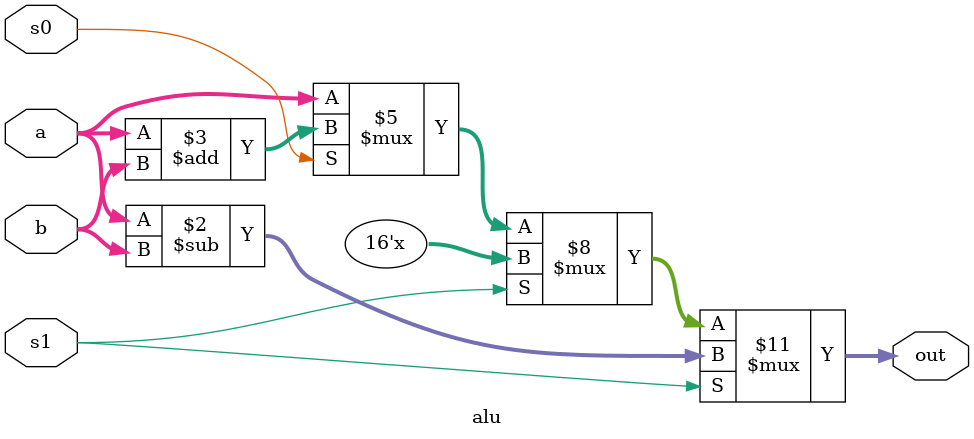
<source format=sv>

module alu(
    input logic [15:0] a,
    input logic [15:0] b,
    input logic   s0,s1,
    output logic [15:0] out
    );
    
   
    always_comb
        if (s1) out = a - b;
            else if (s0) out = a + b;
                else out = a;
        //case (s)
         //2'b00: out = a;
         //2'b01: out = a + b;
         //2'b10: out = a - b;
        //endcase
           
endmodule
</source>
